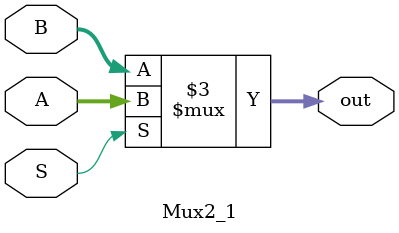
<source format=v>
`timescale 1ns / 1ps


module Mux2_1(
    input [15:0] A,
    input [15:0] B,
    input S,
    output reg [15:0] out
    );
    
    always @(A,B,S)
    begin
        if(S)
            out = A;
        else
            out = B;
    end
endmodule

</source>
